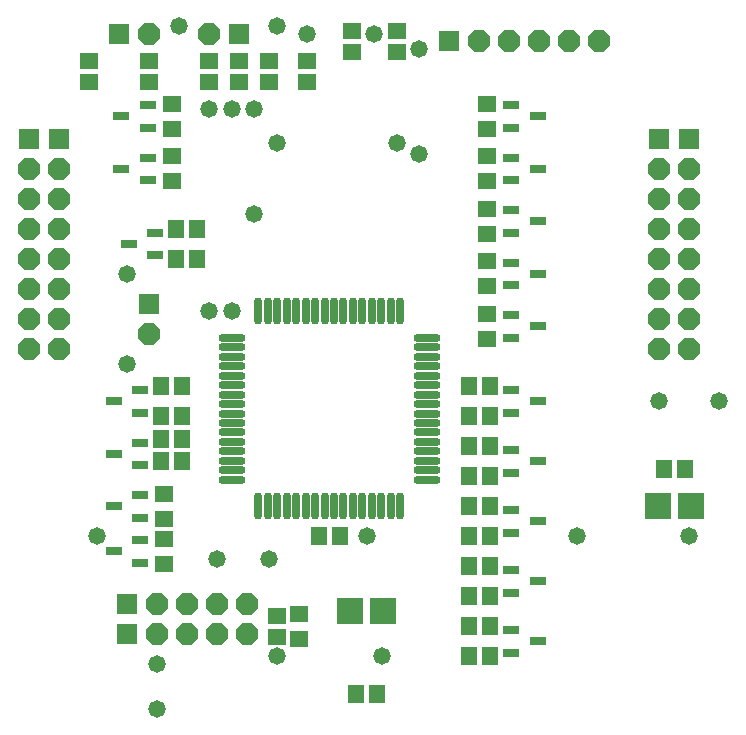
<source format=gts>
G04 Layer_Color=8388736*
%FSLAX25Y25*%
%MOIN*%
G70*
G01*
G75*
%ADD28R,0.06312X0.05524*%
%ADD29R,0.05328X0.03162*%
%ADD30R,0.05524X0.06312*%
%ADD31O,0.09068X0.02725*%
%ADD32O,0.02725X0.09068*%
%ADD33R,0.08800X0.08800*%
%ADD34P,0.07685X8X202.5*%
%ADD35R,0.07100X0.07100*%
%ADD36P,0.07685X8X292.5*%
%ADD37R,0.07100X0.07100*%
%ADD38C,0.05800*%
D28*
X142500Y243543D02*
D03*
Y236457D02*
D03*
X132500Y236457D02*
D03*
Y243543D02*
D03*
X152500Y243543D02*
D03*
Y236457D02*
D03*
X165000Y243543D02*
D03*
Y236457D02*
D03*
X195000Y253543D02*
D03*
Y246457D02*
D03*
X180000Y253543D02*
D03*
Y246457D02*
D03*
X112500Y236457D02*
D03*
Y243543D02*
D03*
X92500Y243543D02*
D03*
Y236457D02*
D03*
X120000Y229232D02*
D03*
Y220768D02*
D03*
Y211732D02*
D03*
Y203268D02*
D03*
X117500Y99232D02*
D03*
Y90768D02*
D03*
Y84232D02*
D03*
Y75768D02*
D03*
X162500Y50768D02*
D03*
Y59232D02*
D03*
X155000Y58543D02*
D03*
Y51457D02*
D03*
X225000Y150768D02*
D03*
Y159232D02*
D03*
Y168268D02*
D03*
Y176732D02*
D03*
Y185768D02*
D03*
Y194232D02*
D03*
Y203268D02*
D03*
Y211732D02*
D03*
Y220768D02*
D03*
Y229232D02*
D03*
D29*
X103071Y225000D02*
D03*
X111929Y228740D02*
D03*
Y221260D02*
D03*
X103071Y207500D02*
D03*
X111929Y211240D02*
D03*
Y203760D02*
D03*
X114429Y178760D02*
D03*
Y186240D02*
D03*
X105571Y182500D02*
D03*
X109429Y126260D02*
D03*
Y133740D02*
D03*
X100571Y130000D02*
D03*
X109429Y108760D02*
D03*
Y116240D02*
D03*
X100571Y112500D02*
D03*
Y95000D02*
D03*
X109429Y98740D02*
D03*
Y91260D02*
D03*
X100571Y80000D02*
D03*
X109429Y83740D02*
D03*
Y76260D02*
D03*
X233071Y53740D02*
D03*
Y46260D02*
D03*
X241929Y50000D02*
D03*
X233071Y73740D02*
D03*
Y66260D02*
D03*
X241929Y70000D02*
D03*
X233071Y93740D02*
D03*
Y86260D02*
D03*
X241929Y90000D02*
D03*
Y110000D02*
D03*
X233071Y106260D02*
D03*
Y113740D02*
D03*
X241929Y155000D02*
D03*
X233071Y151260D02*
D03*
Y158740D02*
D03*
X241929Y172500D02*
D03*
X233071Y168760D02*
D03*
Y176240D02*
D03*
X241929Y190000D02*
D03*
X233071Y186260D02*
D03*
Y193740D02*
D03*
X241929Y207500D02*
D03*
X233071Y203760D02*
D03*
Y211240D02*
D03*
X241929Y225000D02*
D03*
X233071Y221260D02*
D03*
Y228740D02*
D03*
Y133740D02*
D03*
Y126260D02*
D03*
X241929Y130000D02*
D03*
D30*
X128543Y177500D02*
D03*
X121457D02*
D03*
X128543Y187500D02*
D03*
X121457D02*
D03*
X123543Y110000D02*
D03*
X116457D02*
D03*
X123543Y117500D02*
D03*
X116457D02*
D03*
X123543Y125000D02*
D03*
X116457D02*
D03*
X123543Y135000D02*
D03*
X116457D02*
D03*
X188543Y32500D02*
D03*
X181457D02*
D03*
X218957Y95000D02*
D03*
X226043D02*
D03*
X218957Y85000D02*
D03*
X226043D02*
D03*
X218957Y75000D02*
D03*
X226043D02*
D03*
X218957Y65000D02*
D03*
X226043D02*
D03*
X218957Y55000D02*
D03*
X226043D02*
D03*
X218957Y45000D02*
D03*
X226043D02*
D03*
X218957Y105000D02*
D03*
X226043D02*
D03*
X218957Y115000D02*
D03*
X226043D02*
D03*
X218957Y135000D02*
D03*
X226043D02*
D03*
X218957Y125000D02*
D03*
X226043D02*
D03*
X168957Y85000D02*
D03*
X176043D02*
D03*
X291043Y107500D02*
D03*
X283957D02*
D03*
D31*
X140020Y103878D02*
D03*
Y107028D02*
D03*
Y110177D02*
D03*
Y113327D02*
D03*
Y116476D02*
D03*
Y119626D02*
D03*
Y122776D02*
D03*
Y125925D02*
D03*
Y129075D02*
D03*
Y132224D02*
D03*
Y135374D02*
D03*
Y138524D02*
D03*
Y141673D02*
D03*
Y144823D02*
D03*
Y147972D02*
D03*
Y151122D02*
D03*
X204980D02*
D03*
Y147972D02*
D03*
Y144823D02*
D03*
Y141673D02*
D03*
Y138524D02*
D03*
Y135374D02*
D03*
Y132224D02*
D03*
Y129075D02*
D03*
Y125925D02*
D03*
Y122776D02*
D03*
Y119626D02*
D03*
Y116476D02*
D03*
Y113327D02*
D03*
Y110177D02*
D03*
Y107028D02*
D03*
Y103878D02*
D03*
D32*
X148878Y159980D02*
D03*
X152028D02*
D03*
X155177D02*
D03*
X158327D02*
D03*
X161476D02*
D03*
X164626D02*
D03*
X167776D02*
D03*
X170925D02*
D03*
X174075D02*
D03*
X177224D02*
D03*
X180374D02*
D03*
X183524D02*
D03*
X186673D02*
D03*
X189823D02*
D03*
X192972D02*
D03*
X196122D02*
D03*
Y95020D02*
D03*
X192972D02*
D03*
X189823D02*
D03*
X186673D02*
D03*
X183524D02*
D03*
X180374D02*
D03*
X177224D02*
D03*
X174075D02*
D03*
X170925D02*
D03*
X167776D02*
D03*
X164626D02*
D03*
X161476D02*
D03*
X158327D02*
D03*
X155177D02*
D03*
X152028D02*
D03*
X148878D02*
D03*
D33*
X190543Y60000D02*
D03*
X179457D02*
D03*
X293043Y95000D02*
D03*
X281957D02*
D03*
D34*
X132500Y252500D02*
D03*
X112500D02*
D03*
X135000Y52500D02*
D03*
X145000Y62500D02*
D03*
X135000D02*
D03*
X125000D02*
D03*
X125000Y52500D02*
D03*
X115000Y62500D02*
D03*
X145000Y52500D02*
D03*
X115000D02*
D03*
X222500Y250000D02*
D03*
X232500D02*
D03*
X242500D02*
D03*
X262500D02*
D03*
X252500D02*
D03*
D35*
X142500Y252500D02*
D03*
X102500D02*
D03*
X105000Y62500D02*
D03*
Y52500D02*
D03*
X212500Y250000D02*
D03*
D36*
X72500Y147500D02*
D03*
X82500D02*
D03*
X72500Y157500D02*
D03*
X82500D02*
D03*
Y177500D02*
D03*
Y187500D02*
D03*
Y197500D02*
D03*
X72500Y187500D02*
D03*
Y167500D02*
D03*
Y197500D02*
D03*
X82500Y167500D02*
D03*
Y207500D02*
D03*
X72500Y177500D02*
D03*
Y207500D02*
D03*
X112500Y152500D02*
D03*
X282500Y147500D02*
D03*
X292500D02*
D03*
X282500Y157500D02*
D03*
X292500D02*
D03*
Y177500D02*
D03*
Y187500D02*
D03*
Y197500D02*
D03*
X282500Y187500D02*
D03*
Y167500D02*
D03*
Y197500D02*
D03*
X292500Y167500D02*
D03*
Y207500D02*
D03*
X282500Y177500D02*
D03*
Y207500D02*
D03*
D37*
X82500Y217500D02*
D03*
X72500D02*
D03*
X112500Y162500D02*
D03*
X292500Y217500D02*
D03*
X282500D02*
D03*
D38*
X155000Y255000D02*
D03*
X122500D02*
D03*
X165000Y252500D02*
D03*
X132500Y160000D02*
D03*
Y227500D02*
D03*
X140000D02*
D03*
Y160000D02*
D03*
X187500Y252500D02*
D03*
X185000Y85000D02*
D03*
X95000D02*
D03*
X115000Y27500D02*
D03*
Y42500D02*
D03*
X190000Y45000D02*
D03*
X155000D02*
D03*
X105000Y142500D02*
D03*
Y172500D02*
D03*
X195000Y216245D02*
D03*
X155000Y216245D02*
D03*
X147500Y227500D02*
D03*
Y192500D02*
D03*
X202500Y247500D02*
D03*
Y212500D02*
D03*
X292500Y85000D02*
D03*
X255000D02*
D03*
X135000Y77500D02*
D03*
X152500D02*
D03*
X302500Y130000D02*
D03*
X282500D02*
D03*
M02*

</source>
